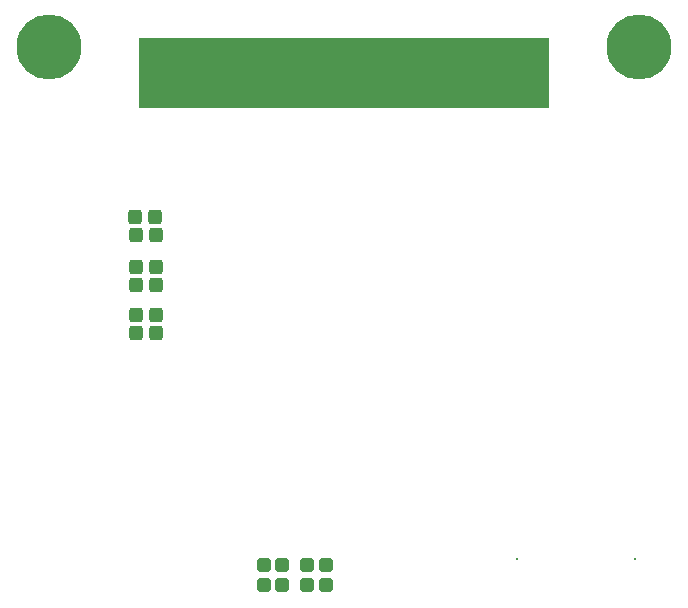
<source format=gbs>
G04*
G04 #@! TF.GenerationSoftware,Altium Limited,Altium Designer,23.2.1 (34)*
G04*
G04 Layer_Color=16711935*
%FSLAX45Y45*%
%MOMM*%
G71*
G04*
G04 #@! TF.SameCoordinates,357D86F6-4FD4-4171-920B-CE65727367D9*
G04*
G04*
G04 #@! TF.FilePolarity,Negative*
G04*
G01*
G75*
%ADD30R,34.79998X5.97499*%
G04:AMPARAMS|DCode=31|XSize=1.2032mm|YSize=1.1032mm|CornerRadius=0.2141mm|HoleSize=0mm|Usage=FLASHONLY|Rotation=180.000|XOffset=0mm|YOffset=0mm|HoleType=Round|Shape=RoundedRectangle|*
%AMROUNDEDRECTD31*
21,1,1.20320,0.67500,0,0,180.0*
21,1,0.77500,1.10320,0,0,180.0*
1,1,0.42820,-0.38750,0.33750*
1,1,0.42820,0.38750,0.33750*
1,1,0.42820,0.38750,-0.33750*
1,1,0.42820,-0.38750,-0.33750*
%
%ADD31ROUNDEDRECTD31*%
G04:AMPARAMS|DCode=40|XSize=1.2032mm|YSize=1.1032mm|CornerRadius=0.2141mm|HoleSize=0mm|Usage=FLASHONLY|Rotation=270.000|XOffset=0mm|YOffset=0mm|HoleType=Round|Shape=RoundedRectangle|*
%AMROUNDEDRECTD40*
21,1,1.20320,0.67500,0,0,270.0*
21,1,0.77500,1.10320,0,0,270.0*
1,1,0.42820,-0.33750,-0.38750*
1,1,0.42820,-0.33750,0.38750*
1,1,0.42820,0.33750,0.38750*
1,1,0.42820,0.33750,-0.38750*
%
%ADD40ROUNDEDRECTD40*%
%ADD43R,0.90320X4.40320*%
%ADD45R,0.90320X4.40319*%
%ADD47C,0.20320*%
%ADD48C,5.50320*%
%ADD49C,0.55880*%
D30*
X10802501Y9688991D02*
D03*
D31*
X10120000Y5525000D02*
D03*
Y5355000D02*
D03*
X10273121Y5525000D02*
D03*
Y5355000D02*
D03*
X10485622Y5528638D02*
D03*
Y5358638D02*
D03*
X10652502Y5525000D02*
D03*
Y5355000D02*
D03*
D40*
X9036857Y7647986D02*
D03*
X9206857D02*
D03*
X9038402Y8050193D02*
D03*
X9208401D02*
D03*
X9208394Y7493683D02*
D03*
X9038394D02*
D03*
X9208394Y7896570D02*
D03*
X9038394D02*
D03*
X9205873Y8320000D02*
D03*
X9035873D02*
D03*
X9035065Y8475489D02*
D03*
X9205065D02*
D03*
D43*
X9952498Y9612740D02*
D03*
X10152503D02*
D03*
X10452502D02*
D03*
X9152500D02*
D03*
X9452499D02*
D03*
X9752498D02*
D03*
X9652499D02*
D03*
X9252499D02*
D03*
X9552499D02*
D03*
X10252502D02*
D03*
X10052498D02*
D03*
X9352499D02*
D03*
X10352502D02*
D03*
X9852498D02*
D03*
X10652502D02*
D03*
X11652500D02*
D03*
X10752501D02*
D03*
X11052501D02*
D03*
X12352498D02*
D03*
X12152499D02*
D03*
X11452500D02*
D03*
X11752499D02*
D03*
X11152501D02*
D03*
X10852501D02*
D03*
X11952499D02*
D03*
X11852499D02*
D03*
X11552500D02*
D03*
X12252498D02*
D03*
X12052499D02*
D03*
X10952501D02*
D03*
X10552502D02*
D03*
D45*
X12452503D02*
D03*
D47*
X12267500Y5580380D02*
D03*
X13267500D02*
D03*
D48*
X8302500Y9912740D02*
D03*
X13302499D02*
D03*
D49*
X8450148Y9765091D02*
D03*
X8511306Y9912740D02*
D03*
X8450148Y10060388D02*
D03*
X8302500Y10121546D02*
D03*
D03*
X8154852Y10060388D02*
D03*
X8093694Y9912740D02*
D03*
X8154852Y9765091D02*
D03*
X8302500Y9703934D02*
D03*
X13450148Y9765091D02*
D03*
X13511307Y9912740D02*
D03*
X13450148Y10060388D02*
D03*
X13302499Y10121546D02*
D03*
D03*
X13154852Y10060388D02*
D03*
X13093694Y9912740D02*
D03*
X13154852Y9765091D02*
D03*
X13302499Y9703934D02*
D03*
M02*

</source>
